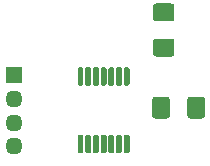
<source format=gbr>
%TF.GenerationSoftware,KiCad,Pcbnew,(5.1.6)-1*%
%TF.CreationDate,2020-09-29T17:07:27-07:00*%
%TF.ProjectId,TSSOP16 Breakout,5453534f-5031-4362-9042-7265616b6f75,rev?*%
%TF.SameCoordinates,Original*%
%TF.FileFunction,Soldermask,Top*%
%TF.FilePolarity,Negative*%
%FSLAX46Y46*%
G04 Gerber Fmt 4.6, Leading zero omitted, Abs format (unit mm)*
G04 Created by KiCad (PCBNEW (5.1.6)-1) date 2020-09-29 17:07:27*
%MOMM*%
%LPD*%
G01*
G04 APERTURE LIST*
%ADD10R,1.450000X1.450000*%
%ADD11O,1.450000X1.450000*%
G04 APERTURE END LIST*
%TO.C,C1*%
G36*
G01*
X156500000Y-102257456D02*
X156500000Y-100942544D01*
G75*
G02*
X156767544Y-100675000I267544J0D01*
G01*
X157757456Y-100675000D01*
G75*
G02*
X158025000Y-100942544I0J-267544D01*
G01*
X158025000Y-102257456D01*
G75*
G02*
X157757456Y-102525000I-267544J0D01*
G01*
X156767544Y-102525000D01*
G75*
G02*
X156500000Y-102257456I0J267544D01*
G01*
G37*
G36*
G01*
X159475000Y-102257456D02*
X159475000Y-100942544D01*
G75*
G02*
X159742544Y-100675000I267544J0D01*
G01*
X160732456Y-100675000D01*
G75*
G02*
X161000000Y-100942544I0J-267544D01*
G01*
X161000000Y-102257456D01*
G75*
G02*
X160732456Y-102525000I-267544J0D01*
G01*
X159742544Y-102525000D01*
G75*
G02*
X159475000Y-102257456I0J267544D01*
G01*
G37*
%TD*%
%TO.C,C2*%
G36*
G01*
X158137456Y-94307500D02*
X156822544Y-94307500D01*
G75*
G02*
X156555000Y-94039956I0J267544D01*
G01*
X156555000Y-93050044D01*
G75*
G02*
X156822544Y-92782500I267544J0D01*
G01*
X158137456Y-92782500D01*
G75*
G02*
X158405000Y-93050044I0J-267544D01*
G01*
X158405000Y-94039956D01*
G75*
G02*
X158137456Y-94307500I-267544J0D01*
G01*
G37*
G36*
G01*
X158137456Y-97282500D02*
X156822544Y-97282500D01*
G75*
G02*
X156555000Y-97014956I0J267544D01*
G01*
X156555000Y-96025044D01*
G75*
G02*
X156822544Y-95757500I267544J0D01*
G01*
X158137456Y-95757500D01*
G75*
G02*
X158405000Y-96025044I0J-267544D01*
G01*
X158405000Y-97014956D01*
G75*
G02*
X158137456Y-97282500I-267544J0D01*
G01*
G37*
%TD*%
D10*
%TO.C,J1*%
X144780000Y-98870000D03*
D11*
X144780000Y-100870000D03*
X144780000Y-102870000D03*
X144780000Y-104870000D03*
%TD*%
%TO.C,U1*%
G36*
G01*
X150575000Y-105485001D02*
X150325000Y-105485001D01*
G75*
G02*
X150200000Y-105360001I0J125000D01*
G01*
X150200000Y-104035001D01*
G75*
G02*
X150325000Y-103910001I125000J0D01*
G01*
X150575000Y-103910001D01*
G75*
G02*
X150700000Y-104035001I0J-125000D01*
G01*
X150700000Y-105360001D01*
G75*
G02*
X150575000Y-105485001I-125000J0D01*
G01*
G37*
G36*
G01*
X151225000Y-105485001D02*
X150975000Y-105485001D01*
G75*
G02*
X150850000Y-105360001I0J125000D01*
G01*
X150850000Y-104035001D01*
G75*
G02*
X150975000Y-103910001I125000J0D01*
G01*
X151225000Y-103910001D01*
G75*
G02*
X151350000Y-104035001I0J-125000D01*
G01*
X151350000Y-105360001D01*
G75*
G02*
X151225000Y-105485001I-125000J0D01*
G01*
G37*
G36*
G01*
X151875000Y-105485001D02*
X151625000Y-105485001D01*
G75*
G02*
X151500000Y-105360001I0J125000D01*
G01*
X151500000Y-104035001D01*
G75*
G02*
X151625000Y-103910001I125000J0D01*
G01*
X151875000Y-103910001D01*
G75*
G02*
X152000000Y-104035001I0J-125000D01*
G01*
X152000000Y-105360001D01*
G75*
G02*
X151875000Y-105485001I-125000J0D01*
G01*
G37*
G36*
G01*
X152525000Y-105485001D02*
X152275000Y-105485001D01*
G75*
G02*
X152150000Y-105360001I0J125000D01*
G01*
X152150000Y-104035001D01*
G75*
G02*
X152275000Y-103910001I125000J0D01*
G01*
X152525000Y-103910001D01*
G75*
G02*
X152650000Y-104035001I0J-125000D01*
G01*
X152650000Y-105360001D01*
G75*
G02*
X152525000Y-105485001I-125000J0D01*
G01*
G37*
G36*
G01*
X153175000Y-105485001D02*
X152925000Y-105485001D01*
G75*
G02*
X152800000Y-105360001I0J125000D01*
G01*
X152800000Y-104035001D01*
G75*
G02*
X152925000Y-103910001I125000J0D01*
G01*
X153175000Y-103910001D01*
G75*
G02*
X153300000Y-104035001I0J-125000D01*
G01*
X153300000Y-105360001D01*
G75*
G02*
X153175000Y-105485001I-125000J0D01*
G01*
G37*
G36*
G01*
X153825000Y-105485001D02*
X153575000Y-105485001D01*
G75*
G02*
X153450000Y-105360001I0J125000D01*
G01*
X153450000Y-104035001D01*
G75*
G02*
X153575000Y-103910001I125000J0D01*
G01*
X153825000Y-103910001D01*
G75*
G02*
X153950000Y-104035001I0J-125000D01*
G01*
X153950000Y-105360001D01*
G75*
G02*
X153825000Y-105485001I-125000J0D01*
G01*
G37*
G36*
G01*
X154475000Y-105485001D02*
X154225000Y-105485001D01*
G75*
G02*
X154100000Y-105360001I0J125000D01*
G01*
X154100000Y-104035001D01*
G75*
G02*
X154225000Y-103910001I125000J0D01*
G01*
X154475000Y-103910001D01*
G75*
G02*
X154600000Y-104035001I0J-125000D01*
G01*
X154600000Y-105360001D01*
G75*
G02*
X154475000Y-105485001I-125000J0D01*
G01*
G37*
G36*
G01*
X154475000Y-99760001D02*
X154225000Y-99760001D01*
G75*
G02*
X154100000Y-99635001I0J125000D01*
G01*
X154100000Y-98310001D01*
G75*
G02*
X154225000Y-98185001I125000J0D01*
G01*
X154475000Y-98185001D01*
G75*
G02*
X154600000Y-98310001I0J-125000D01*
G01*
X154600000Y-99635001D01*
G75*
G02*
X154475000Y-99760001I-125000J0D01*
G01*
G37*
G36*
G01*
X153825000Y-99760001D02*
X153575000Y-99760001D01*
G75*
G02*
X153450000Y-99635001I0J125000D01*
G01*
X153450000Y-98310001D01*
G75*
G02*
X153575000Y-98185001I125000J0D01*
G01*
X153825000Y-98185001D01*
G75*
G02*
X153950000Y-98310001I0J-125000D01*
G01*
X153950000Y-99635001D01*
G75*
G02*
X153825000Y-99760001I-125000J0D01*
G01*
G37*
G36*
G01*
X153175000Y-99760001D02*
X152925000Y-99760001D01*
G75*
G02*
X152800000Y-99635001I0J125000D01*
G01*
X152800000Y-98310001D01*
G75*
G02*
X152925000Y-98185001I125000J0D01*
G01*
X153175000Y-98185001D01*
G75*
G02*
X153300000Y-98310001I0J-125000D01*
G01*
X153300000Y-99635001D01*
G75*
G02*
X153175000Y-99760001I-125000J0D01*
G01*
G37*
G36*
G01*
X152525000Y-99760001D02*
X152275000Y-99760001D01*
G75*
G02*
X152150000Y-99635001I0J125000D01*
G01*
X152150000Y-98310001D01*
G75*
G02*
X152275000Y-98185001I125000J0D01*
G01*
X152525000Y-98185001D01*
G75*
G02*
X152650000Y-98310001I0J-125000D01*
G01*
X152650000Y-99635001D01*
G75*
G02*
X152525000Y-99760001I-125000J0D01*
G01*
G37*
G36*
G01*
X151875000Y-99760001D02*
X151625000Y-99760001D01*
G75*
G02*
X151500000Y-99635001I0J125000D01*
G01*
X151500000Y-98310001D01*
G75*
G02*
X151625000Y-98185001I125000J0D01*
G01*
X151875000Y-98185001D01*
G75*
G02*
X152000000Y-98310001I0J-125000D01*
G01*
X152000000Y-99635001D01*
G75*
G02*
X151875000Y-99760001I-125000J0D01*
G01*
G37*
G36*
G01*
X151225000Y-99760001D02*
X150975000Y-99760001D01*
G75*
G02*
X150850000Y-99635001I0J125000D01*
G01*
X150850000Y-98310001D01*
G75*
G02*
X150975000Y-98185001I125000J0D01*
G01*
X151225000Y-98185001D01*
G75*
G02*
X151350000Y-98310001I0J-125000D01*
G01*
X151350000Y-99635001D01*
G75*
G02*
X151225000Y-99760001I-125000J0D01*
G01*
G37*
G36*
G01*
X150575000Y-99760001D02*
X150325000Y-99760001D01*
G75*
G02*
X150200000Y-99635001I0J125000D01*
G01*
X150200000Y-98310001D01*
G75*
G02*
X150325000Y-98185001I125000J0D01*
G01*
X150575000Y-98185001D01*
G75*
G02*
X150700000Y-98310001I0J-125000D01*
G01*
X150700000Y-99635001D01*
G75*
G02*
X150575000Y-99760001I-125000J0D01*
G01*
G37*
%TD*%
M02*

</source>
